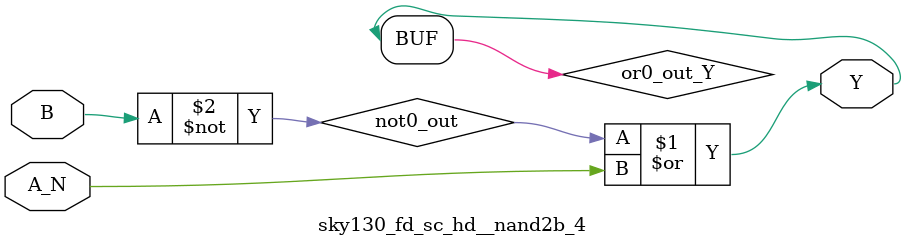
<source format=v>
/*
 * Copyright 2020 The SkyWater PDK Authors
 *
 * Licensed under the Apache License, Version 2.0 (the "License");
 * you may not use this file except in compliance with the License.
 * You may obtain a copy of the License at
 *
 *     https://www.apache.org/licenses/LICENSE-2.0
 *
 * Unless required by applicable law or agreed to in writing, software
 * distributed under the License is distributed on an "AS IS" BASIS,
 * WITHOUT WARRANTIES OR CONDITIONS OF ANY KIND, either express or implied.
 * See the License for the specific language governing permissions and
 * limitations under the License.
 *
 * SPDX-License-Identifier: Apache-2.0
*/


`ifndef SKY130_FD_SC_HD__NAND2B_4_FUNCTIONAL_V
`define SKY130_FD_SC_HD__NAND2B_4_FUNCTIONAL_V

/**
 * nand2b: 2-input NAND, first input inverted.
 *
 * Verilog simulation functional model.
 */

`timescale 1ns / 1ps
`default_nettype none

`celldefine
module sky130_fd_sc_hd__nand2b_4 (
    Y  ,
    A_N,
    B
);

    // Module ports
    output Y  ;
    input  A_N;
    input  B  ;

    // Local signals
    wire not0_out ;
    wire or0_out_Y;

    //  Name  Output     Other arguments
    not not0 (not0_out , B              );
    or  or0  (or0_out_Y, not0_out, A_N  );
    buf buf0 (Y        , or0_out_Y      );

endmodule
`endcelldefine

`default_nettype wire
`endif  // SKY130_FD_SC_HD__NAND2B_4_FUNCTIONAL_V

</source>
